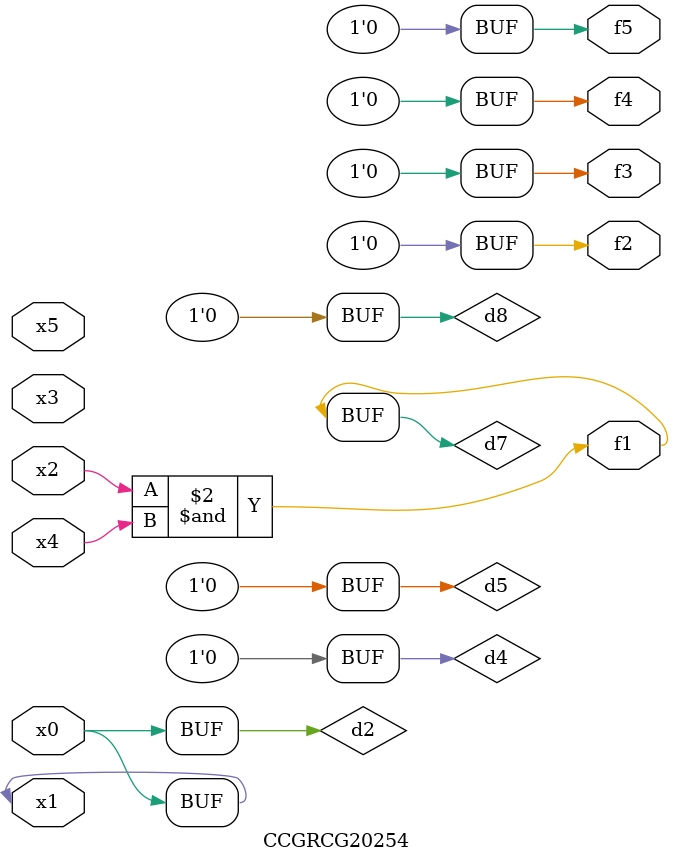
<source format=v>
module CCGRCG20254(
	input x0, x1, x2, x3, x4, x5,
	output f1, f2, f3, f4, f5
);

	wire d1, d2, d3, d4, d5, d6, d7, d8, d9;

	nand (d1, x1);
	buf (d2, x0, x1);
	nand (d3, x2, x4);
	and (d4, d1, d2);
	and (d5, d1, d2);
	nand (d6, d1, d3);
	not (d7, d3);
	xor (d8, d5);
	nor (d9, d5, d6);
	assign f1 = d7;
	assign f2 = d8;
	assign f3 = d8;
	assign f4 = d8;
	assign f5 = d8;
endmodule

</source>
